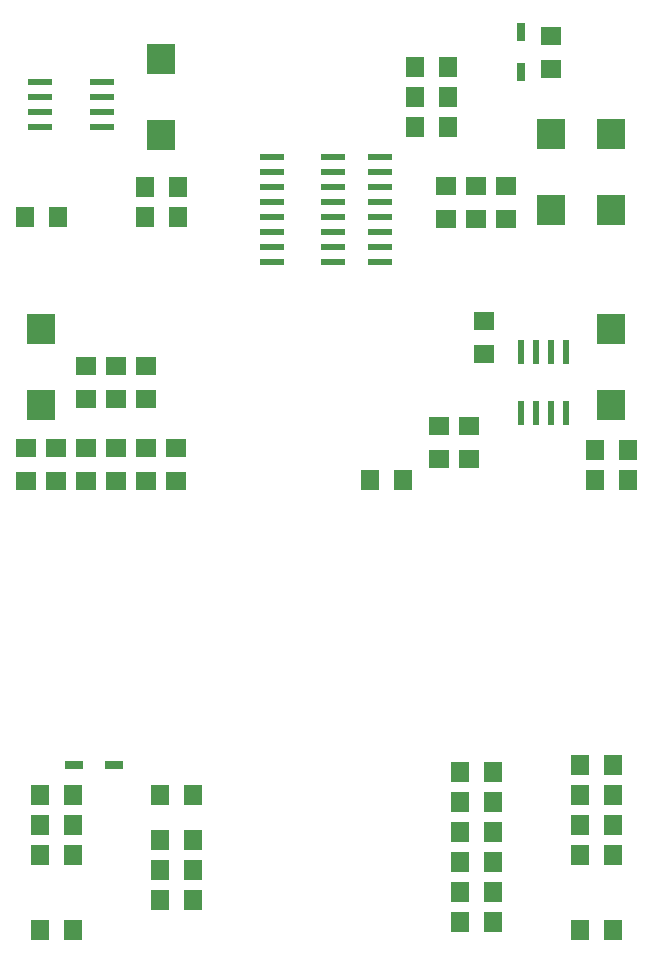
<source format=gbr>
G04 #@! TF.GenerationSoftware,KiCad,Pcbnew,5.1.12-84ad8e8a86~92~ubuntu20.04.1*
G04 #@! TF.CreationDate,2024-08-07T09:29:16+00:00*
G04 #@! TF.ProjectId,___-1.17.C-1,221a1f2d-312e-4313-972e-432d312e6b69,3C*
G04 #@! TF.SameCoordinates,Original*
G04 #@! TF.FileFunction,Paste,Top*
G04 #@! TF.FilePolarity,Positive*
%FSLAX46Y46*%
G04 Gerber Fmt 4.6, Leading zero omitted, Abs format (unit mm)*
G04 Created by KiCad (PCBNEW 5.1.12-84ad8e8a86~92~ubuntu20.04.1) date 2024-08-07 09:29:16*
%MOMM*%
%LPD*%
G01*
G04 APERTURE LIST*
%ADD10R,1.540000X0.740000*%
%ADD11R,1.540000X1.740000*%
%ADD12R,1.740000X1.540000*%
%ADD13R,2.340000X2.540000*%
%ADD14R,2.140000X0.540000*%
%ADD15R,0.740000X1.540000*%
%ADD16R,0.540000X2.140000*%
G04 APERTURE END LIST*
D10*
X87425000Y-161925000D03*
X84025000Y-161925000D03*
D11*
X109090000Y-137795000D03*
X111890000Y-137795000D03*
X83950000Y-167005000D03*
X81150000Y-167005000D03*
X119510000Y-162560000D03*
X116710000Y-162560000D03*
X126870000Y-164465000D03*
X129670000Y-164465000D03*
X116710000Y-165100000D03*
X119510000Y-165100000D03*
X119510000Y-170180000D03*
X116710000Y-170180000D03*
X83950000Y-164465000D03*
X81150000Y-164465000D03*
D12*
X80010000Y-137925000D03*
X80010000Y-135125000D03*
D11*
X116710000Y-167640000D03*
X119510000Y-167640000D03*
D12*
X85090000Y-135125000D03*
X85090000Y-137925000D03*
D11*
X126870000Y-161925000D03*
X129670000Y-161925000D03*
D12*
X92710000Y-135125000D03*
X92710000Y-137925000D03*
X90170000Y-135125000D03*
X90170000Y-137925000D03*
D11*
X126870000Y-169545000D03*
X129670000Y-169545000D03*
X129670000Y-175895000D03*
X126870000Y-175895000D03*
D12*
X120650000Y-112900000D03*
X120650000Y-115700000D03*
X118110000Y-112900000D03*
X118110000Y-115700000D03*
X115570000Y-112900000D03*
X115570000Y-115700000D03*
D11*
X112900000Y-107950000D03*
X115700000Y-107950000D03*
X92840000Y-115570000D03*
X90040000Y-115570000D03*
X90040000Y-113030000D03*
X92840000Y-113030000D03*
X94110000Y-173355000D03*
X91310000Y-173355000D03*
X119510000Y-175260000D03*
X116710000Y-175260000D03*
X91310000Y-164465000D03*
X94110000Y-164465000D03*
D12*
X124460000Y-103000000D03*
X124460000Y-100200000D03*
D13*
X129540000Y-114960000D03*
X129540000Y-108560000D03*
D11*
X112900000Y-102870000D03*
X115700000Y-102870000D03*
X130940000Y-137795000D03*
X128140000Y-137795000D03*
X128140000Y-135255000D03*
X130940000Y-135255000D03*
X79880000Y-115570000D03*
X82680000Y-115570000D03*
X115700000Y-105410000D03*
X112900000Y-105410000D03*
D14*
X81220000Y-107950000D03*
X81220000Y-106680000D03*
X81220000Y-105410000D03*
X81220000Y-104140000D03*
X86420000Y-104140000D03*
X86420000Y-105410000D03*
X86420000Y-106680000D03*
X86420000Y-107950000D03*
X100810000Y-110490000D03*
X100810000Y-111760000D03*
X100810000Y-113030000D03*
X100810000Y-114300000D03*
X110010000Y-114300000D03*
X110010000Y-113030000D03*
X110010000Y-111760000D03*
X110010000Y-110490000D03*
X100810000Y-115570000D03*
X100810000Y-116840000D03*
X100810000Y-118110000D03*
X100810000Y-119380000D03*
X110010000Y-115570000D03*
X110010000Y-116840000D03*
X110010000Y-118110000D03*
X110010000Y-119380000D03*
X106010000Y-116840000D03*
X106010000Y-114300000D03*
X106010000Y-115570000D03*
X106010000Y-110490000D03*
X106010000Y-113030000D03*
X106010000Y-111760000D03*
X106010000Y-118110000D03*
X106010000Y-119380000D03*
D13*
X91440000Y-102210000D03*
X91440000Y-108610000D03*
X124460000Y-114960000D03*
X124460000Y-108560000D03*
X81280000Y-125070000D03*
X81280000Y-131470000D03*
X129540000Y-125070000D03*
X129540000Y-131470000D03*
D15*
X121920000Y-103300000D03*
X121920000Y-99900000D03*
D11*
X81150000Y-169545000D03*
X83950000Y-169545000D03*
D12*
X87630000Y-130940000D03*
X87630000Y-128140000D03*
X117475000Y-133220000D03*
X117475000Y-136020000D03*
D11*
X91310000Y-170815000D03*
X94110000Y-170815000D03*
D12*
X118745000Y-127130000D03*
X118745000Y-124330000D03*
D16*
X121920000Y-126940000D03*
X123190000Y-126940000D03*
X124460000Y-126940000D03*
X125730000Y-126940000D03*
X125730000Y-132140000D03*
X124460000Y-132140000D03*
X123190000Y-132140000D03*
X121920000Y-132140000D03*
D12*
X90170000Y-128140000D03*
X90170000Y-130940000D03*
X87630000Y-137925000D03*
X87630000Y-135125000D03*
D11*
X116710000Y-172720000D03*
X119510000Y-172720000D03*
D12*
X114935000Y-133220000D03*
X114935000Y-136020000D03*
D11*
X91310000Y-168275000D03*
X94110000Y-168275000D03*
D12*
X82550000Y-137925000D03*
X82550000Y-135125000D03*
D11*
X126870000Y-167005000D03*
X129670000Y-167005000D03*
D12*
X85090000Y-128140000D03*
X85090000Y-130940000D03*
D11*
X83950000Y-175895000D03*
X81150000Y-175895000D03*
M02*

</source>
